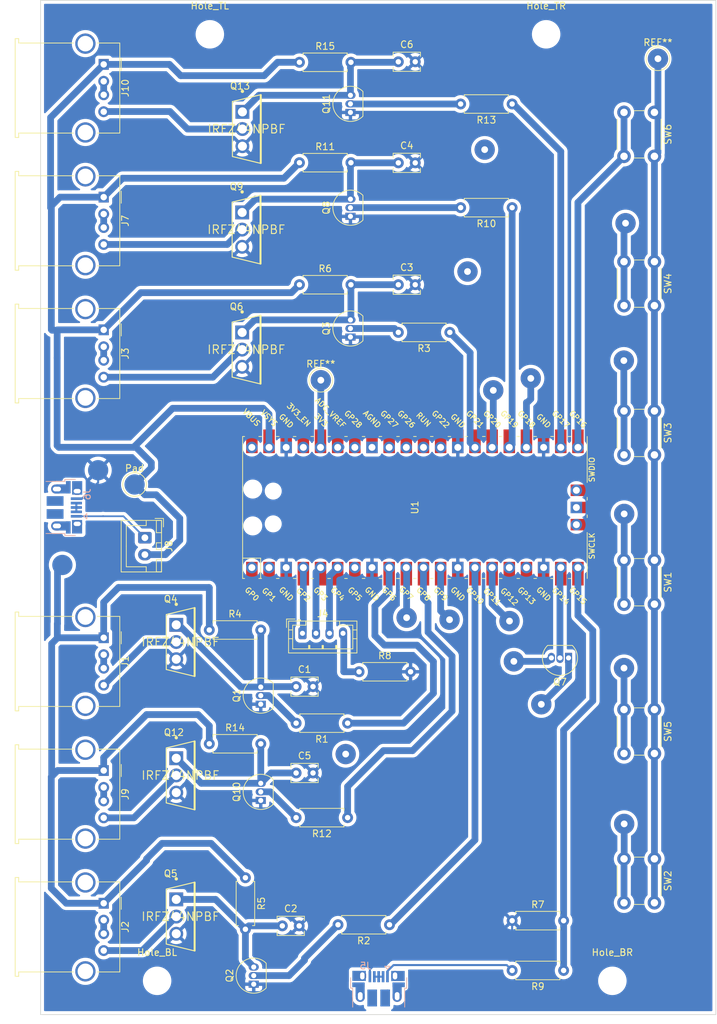
<source format=kicad_pcb>
(kicad_pcb (version 20211014) (generator pcbnew)
  (layers (0 "F.Cu" signal) (31 "B.Cu" signal) (34 "B.Paste" user) (35 "F.Paste" user) (36 "B.SilkS" user "B.Silkscreen") (37 "F.SilkS" user "F.Silkscreen") (38 "B.Mask" user) (39 "F.Mask" user) (44 "Edge.Cuts" user))
  (net 0 "")
  (net 1 "gnd")
  (net 2 "Net-(C2-Pad1)")
  (net 3 "Net-(C3-Pad1)")
  (net 4 "Net-(C4-Pad1)")
  (net 5 "Net-(C5-Pad1)")
  (net 6 "Net-(C6-Pad1)")
  (net 7 "5V")
  (net 8 "usb_dt")
  (net 10 "Net-(J2-Pad4)")
  (net 13 "RGB_led_R")
  (net 14 "RGB_led_G")
  (net 15 "RGB_led_B")
  (net 16 "Net-(J4-Pad4)")
  (net 17 "Net-(J5-Pad1)")
  (net 18 "unconnected-(J5-Pad6)")
  (net 20 "Net-(J7-Pad4)")
  (net 22 "Net-(J9-Pad4)")
  (net 24 "Net-(J10-Pad4)")
  (net 26 "Net-(C1-Pad1)")
  (net 27 "Net-(Q2-Pad2)")
  (net 28 "Net-(Q3-Pad2)")
  (net 29 "3.3V")
  (net 30 "Net-(Q7-Pad2)")
  (net 31 "Net-(Q8-Pad2)")
  (net 32 "Net-(Q10-Pad2)")
  (net 33 "Net-(Q11-Pad2)")
  (net 34 "usb_power_in")
  (net 35 "PORT_1_BTN")
  (net 36 "PORT_2_BTN")
  (net 37 "PORT_3_BTN")
  (net 38 "PORT_6_BTN")
  (net 39 "PORT_4_BTN")
  (net 40 "PORT_5_BTN")
  (net 44 "PORT_1_enable")
  (net 47 "PORT_2_enable")
  (net 48 "PORT_3_enable")
  (net 49 "PORT_6_enable")
  (net 56 "unconnected-(U1-Pad35)")
  (net 62 "PORT_4_enable")
  (net 63 "PORT_5_enable")
  (net 64 "Net-(J1-Pad4)")
  (net 65 "NPN_enable")
  (net 66 "Net-(J3-Pad4)")
  (net 67 "Net-(Q1-Pad2)")
  (net 68 "5V_Switched")
  (footprint "" (layer "F.Cu") (at 108.138212 67.094421)
    (fp_text reference "")
    (fp_text value "")
  )
  (footprint "eec:Infineon_Technologies_AG-IRFZ44NPBF-0" (layer "F.Cu") (at 65.650212 121.892421)
    (fp_text reference "Q4")
    (fp_text value "IRFZ44NPBF")
  )
  (footprint "Package_TO_SOT_THT:TO-92_Inline" (layer "F.Cu") (at 90.810212 76.787421 90)
    (fp_text reference "Q3")
    (fp_text value "2N3904")
  )
  (footprint "Resistor_THT:R_Axial_DIN0207_L6.3mm_D2.5mm_P7.62mm_Horizontal" (layer "F.Cu") (at 114.742212 163.106421)
    (fp_text reference "R7")
    (fp_text value "2k")
  )
  (footprint "MCU_RaspberryPi_and_Boards:RPi_Pico_SMD_TH" (layer "F.Cu") (at 100.350212 101.99242 90)
    (fp_text reference "U1")
    (fp_text value "Pico")
  )
  (footprint "Connector_USB:USB_A_Molex_67643_Horizontal" (layer "F.Cu") (at 54.290212 75.720753 -90)
    (fp_text reference "J3")
    (fp_text value "USB_A")
  )
  (footprint "Package_TO_SOT_THT:TO-92_Inline" (layer "F.Cu") (at 90.810212 58.922421 90)
    (fp_text reference "Q8")
    (fp_text value "2N3904")
  )
  (footprint "MountingHole:MountingHole_3.2mm_M3" (layer "F.Cu") (at 62.197712 172.00492)
    (fp_text reference "Hole_BL")
    (fp_text value "MountingHole_3.2mm_M3")
  )
  (footprint "" (layer "F.Cu") (at 99.125212 118.292421)
    (fp_text reference "")
    (fp_text value "")
  )
  (footprint "Button_Switch_THT:SW_PUSH_6mm_H8.5mm" (layer "F.Cu") (at 135.800212 131.878131 -90)
    (fp_text reference "SW5")
    (fp_text value "SW_Push_Dual")
  )
  (footprint "Capacitor_THT:C_Disc_D3.8mm_W2.6mm_P2.50mm" (layer "F.Cu") (at 97.900212 69.042421)
    (fp_text reference "C3")
    (fp_text value "47nf")
  )
  (footprint "Resistor_THT:R_Axial_DIN0207_L6.3mm_D2.5mm_P7.62mm_Horizontal" (layer "F.Cu") (at 90.390212 133.892421 180)
    (fp_text reference "R1")
    (fp_text value "2k")
  )
  (footprint "Capacitor_THT:C_Disc_D3.8mm_W2.6mm_P2.50mm" (layer "F.Cu") (at 97.900212 36.067421)
    (fp_text reference "C6")
    (fp_text value "47nf")
  )
  (footprint "Resistor_THT:R_Axial_DIN0207_L6.3mm_D2.5mm_P7.62mm_Horizontal" (layer "F.Cu") (at 114.740212 42.312421 180)
    (fp_text reference "R13")
    (fp_text value "2k")
  )
  (footprint "Button_Switch_THT:SW_PUSH_6mm_H8.5mm" (layer "F.Cu") (at 135.800212 109.795989 -90)
    (fp_text reference "SW1")
    (fp_text value "SW_Push_Dual")
  )
  (footprint "Button_Switch_THT:SW_PUSH_6mm_H8.5mm" (layer "F.Cu") (at 135.800212 43.549563 -90)
    (fp_text reference "SW6")
    (fp_text value "SW_Push_Dual")
  )
  (footprint "Package_TO_SOT_THT:TO-92_Inline" (layer "F.Cu") (at 90.810212 43.562421 90)
    (fp_text reference "Q11")
    (fp_text value "2N3904")
  )
  (footprint "Resistor_THT:R_Axial_DIN0207_L6.3mm_D2.5mm_P7.62mm_Horizontal" (layer "F.Cu") (at 122.362212 170.472421 180)
    (fp_text reference "R9")
    (fp_text value "1k")
  )
  (footprint "MountingHole:MountingHole_3.2mm_M3" (layer "F.Cu") (at 119.777712 32.00492)
    (fp_text reference "Hole_TR")
    (fp_text value "MountingHole_3.2mm_M3")
  )
  (footprint "Resistor_THT:R_Axial_DIN0207_L6.3mm_D2.5mm_P7.62mm_Horizontal" (layer "F.Cu") (at 83.260212 36.142421)
    (fp_text reference "R15")
    (fp_text value "20k")
  )
  (footprint "Package_TO_SOT_THT:TO-92_Inline" (layer "F.Cu") (at 123.090212 124.242421 180)
    (fp_text reference "Q7")
    (fp_text value "S8550")
  )
  (footprint "" (layer "F.Cu") (at 131.525212 59.942421)
    (fp_text reference "")
    (fp_text value "")
  )
  (footprint "TestPoint:TestPoint_Pad_D3.0mm" (layer "F.Cu") (at 58.862212 98.590421)
    (fp_text reference "Pad")
    (fp_text value "TestPoint_Pad_D3.0mm")
  )
  (footprint "" (layer "F.Cu") (at 119.060212 131.102421)
    (fp_text reference "")
    (fp_text value "")
  )
  (footprint "" (layer "F.Cu") (at 117.500212 82.892421)
    (fp_text reference "")
    (fp_text value "")
  )
  (footprint "" (layer "F.Cu") (at 105.475212 118.592421)
    (fp_text reference "")
    (fp_text value "")
  )
  (footprint "eec:Infineon_Technologies_AG-IRFZ44NPBF-0" (layer "F.Cu") (at 65.650212 162.501421)
    (fp_text reference "Q5")
    (fp_text value "IRFZ44NPBF")
  )
  (footprint "Resistor_THT:R_Axial_DIN0207_L6.3mm_D2.5mm_P7.62mm_Horizontal" (layer "F.Cu") (at 105.520212 76.092421 180)
    (fp_text reference "R3")
    (fp_text value "2k")
  )
  (footprint "Resistor_THT:R_Axial_DIN0207_L6.3mm_D2.5mm_P7.62mm_Horizontal" (layer "F.Cu") (at 69.920212 120.112421)
    (fp_text reference "R4")
    (fp_text value "20k")
  )
  (footprint "Button_Switch_THT:SW_PUSH_6mm_H8.5mm" (layer "F.Cu") (at 135.800212 87.713847 -90)
    (fp_text reference "SW3")
    (fp_text value "SW_Push_Dual")
  )
  (footprint "Connector_USB:USB_A_Molex_67643_Horizontal" (layer "F.Cu") (at 54.290212 121.264087 -90)
    (fp_text reference "J1")
    (fp_text value "USB_A")
  )
  (footprint "" (layer "F.Cu") (at 131.300212 125.742421)
    (fp_text reference "")
    (fp_text value "")
  )
  (footprint "Capacitor_THT:C_Disc_D3.8mm_W2.6mm_P2.50mm" (layer "F.Cu") (at 82.770212 141.262421)
    (fp_text reference "C5")
    (fp_text value "47nf")
  )
  (footprint "Button_Switch_THT:SW_PUSH_6mm_H8.5mm" (layer "F.Cu") (at 135.800212 153.960273 -90)
    (fp_text reference "SW2")
    (fp_text value "SW_Push_Dual")
  )
  (footprint "Capacitor_THT:C_Disc_D3.8mm_W2.6mm_P2.50mm" (layer "F.Cu") (at 80.726212 163.876421)
    (fp_text reference "C2")
    (fp_text value "47nf")
  )
  (footprint "eec:Infineon_Technologies_AG-IRFZ44NPBF-0" (layer "F.Cu") (at 75.400212 78.642421)
    (fp_text reference "Q6")
    (fp_text value "IRFZ44NPBF")
  )
  (footprint "MountingHole:MountingHole_3.2mm_M3" (layer "F.Cu") (at 69.997712 32.00492)
    (fp_text reference "Hole_TL")
    (fp_text value "MountingHole_3.2mm_M3")
  )
  (footprint "eec:Infineon_Technologies_AG-IRFZ44NPBF-0" (layer "F.Cu") (at 75.400212 60.892421)
    (fp_text reference "Q9")
    (fp_text value "IRFZ44NPBF")
  )
  (footprint "" (layer "F.Cu") (at 90.104212 138.468421)
    (fp_text reference "")
    (fp_text value "")
  )
  (footprint "Capacitor_THT:C_Disc_D3.8mm_W2.6mm_P2.50mm" (layer "F.Cu") (at 97.900212 51.017421)
    (fp_text reference "C4")
    (fp_text value "47nf")
  )
  (footprint "" (layer "F.Cu") (at 53.47 96.48)
    (fp_text reference "")
    (fp_text value "")
  )
  (footprint "Resistor_THT:R_Axial_DIN0207_L6.3mm_D2.5mm_P7.62mm_Horizontal" (layer "F.Cu") (at 92.090212 126.292421)
    (fp_text reference "R8")
    (fp_text value "200")
  )
  (footprint "Resistor_THT:R_Axial_DIN0207_L6.3mm_D2.5mm_P7.62mm_Horizontal" (layer "F.Cu") (at 114.740212 57.642421 180)
    (fp_text reference "R10")
    (fp_text value "2k")
  )
  (footprint "" (layer "F.Cu") (at 114.350212 118.792421)
    (fp_text reference "")
    (fp_text value "")
  )
  (footprint "" (layer "F.Cu") (at 131.275212 80.267421)
    (fp_text reference "")
    (fp_text value "")
  )
  (footprint "" (layer "F.Cu") (at 131.325212 148.792421)
    (fp_text reference "")
    (fp_text value "")
  )
  (footprint "Connector_USB:USB_A_Molex_67643_Horizontal" (layer "F.Cu") (at 54.290212 160.530753 -90)
    (fp_text reference "J2")
    (fp_text value "USB_A")
  )
  (footprint "eec:Infineon_Technologies_AG-IRFZ44NPBF-0" (layer "F.Cu") (at 75.440212 46.016421)
    (fp_text reference "Q13")
    (fp_text value "IRFZ44NPBF")
  )
  (footprint "Resistor_THT:R_Axial_DIN0207_L6.3mm_D2.5mm_P7.62mm_Horizontal" (layer "F.Cu") (at 83.260212 50.992421)
    (fp_text reference "R11")
    (fp_text value "20k")
  )
  (footprint "" (layer "F.Cu") (at 48.175212 110.492421)
    (fp_text reference "")
    (fp_text value "")
  )
  (footprint "Connector_USB:USB_A_Molex_67643_Horizontal" (layer "F.Cu") (at 54.290212 140.89742 -90)
    (fp_text reference "J9")
    (fp_text value "USB_A")
  )
  (footprint "TestPoint:TestPoint_Pad_D3.0mm" (layer "F.Cu") (at 136.325212 35.617421)
    (fp_text reference "REF**")
    (fp_text value "TestPoint_Pad_D3.0mm")
  )
  (footprint "Package_TO_SOT_THT:TO-92_Inline" (layer "F.Cu") (at 77.535212 145.326421 90)
    (fp_text reference "Q10")
    (fp_text value "2N3904")
  )
  (footprint "" (layer "F.Cu") (at 110.678212 49.060421)
    (fp_text reference "")
    (fp_text value "")
  )
  (footprint "Package_TO_SOT_THT:TO-92_Inline" (layer "F.Cu") (at 76.494212 172.504421 90)
    (fp_text reference "Q2")
    (fp_text value "2N3904")
  )
  (footprint "Connector_JST:JST_XH_B2B-XH-A_1x02_P2.50mm_Vertical" (layer "F.Cu") (at 60.386212 106.464421 -90)
    (fp_text reference "J8")
    (fp_text value "Conn_01x02_Male")
  )
  (footprint "Package_TO_SOT_THT:TO-92_Inline" (layer "F.Cu") (at 77.535212 131.087421 90)
    (fp_text reference "Q1")
    (fp_text value "2N3904")
  )
  (footprint "Connector_JST:JST_PH_B4B-PH-K_1x04_P2.00mm_Vertical" (layer "F.Cu") (at 83.710212 120.602421)
    (fp_text reference "J4")
    (fp_text value "Conn_01x04_Male")
  )
  (footprint "" (layer "F.Cu") (at 111.950212 84.667421)
    (fp_text reference "")
    (fp_text value "")
  )
  (footprint "Resistor_THT:R_Axial_DIN0207_L6.3mm_D2.5mm_P7.62mm_Horizontal" (layer "F.Cu") (at 96.59 163.71 180)
    (fp_text reference "R2")
    (fp_text value "2k")
  )
  (footprint "TestPoint:TestPoint_Pad_D3.0mm" (layer "F.Cu") (at 86.425212 83.167421)
    (fp_text reference "REF**")
    (fp_text value "TestPoint_Pad_D3.0mm")
  )
  (footprint "eec:Infineon_Technologies_AG-IRFZ44NPBF-0" (layer "F.Cu") (at 65.650212 141.624212)
    (fp_text reference "Q12")
    (fp_text value "IRFZ44NPBF")
  )
  (footprint "" (layer "F.Cu") (at 131.325212 102.942421)
    (fp_text reference "")
    (fp_text value "")
  )
  (footprint "Resistor_THT:R_Axial_DIN0207_L6.3mm_D2.5mm_P7.62mm_Horizontal" (layer "F.Cu") (at 83.260212 69.042421)
    (fp_text reference "R6")
    (fp_text value "20k")
  )
  (footprint "Connector_USB:USB_A_Molex_67643_Horizontal" (layer "F.Cu") (at 54.290212 56.08742 -90)
    (fp_text reference "J7")
    (fp_text value "USB_A")
  )
  (footprint "" (layer "F.Cu") (at 114.996212 124.752421)
    (fp_text reference "")
    (fp_text value "")
  )
  (footprint "Button_Switch_THT:SW_PUSH_6mm_H8.5mm" (layer "F.Cu") (at 135.800212 65.631705 -90)
    (fp_text reference "SW4")
    (fp_text value "SW_Push_Dual")
  )
  (footprint "Capacitor_THT:C_Disc_D3.8mm_W2.6mm_P2.50mm" (layer "F.Cu") (at 82.770212 128.492421)
    (fp_text reference "C1")
    (fp_text value "47nf")
  )
  (footprint "Resistor_THT:R_Axial_DIN0207_L6.3mm_D2.5mm_P7.62mm_Horizontal" (layer "F.Cu") (at 75.264212 156.756421 -90)
    (fp_text reference "R5")
    (fp_text value "20k")
  )
  (footprint "Resistor_THT:R_Axial_DIN0207_L6.3mm_D2.5mm_P7.62mm_Horizontal" (layer "F.Cu") (at 69.920212 136.944421)
    (fp_text reference "R14")
    (fp_text value "20k")
  )
  (footprint "Resistor_THT:R_Axial_DIN0207_L6.3mm_D2.5mm_P7.62mm_Horizontal" (layer "F.Cu") (at 90.390212 147.866421 180)
    (fp_text reference "R12")
    (fp_text value "2k")
  )
  (footprint "MountingHole:MountingHole_3.2mm_M3" (layer "F.Cu") (at 129.577712 172.00492)
    (fp_text reference "Hole_BR")
    (fp_text value "MountingHole_3.2mm_M3")
  )
  (footprint "Connector_USB:USB_A_Molex_67643_Horizontal" (layer "F.Cu") (at 54.290212 36.454087 -90)
    (fp_text reference "J10")
    (fp_text value "USB_A")
  )
  (footprint "Connector_USB:USB_Micro-B_Amphenol_10103594-0001LF_Horizontal" (layer "B.Cu") (at 48.480212 101.96742 90)
    (fp_text reference "J6")
    (fp_text value "USB_B_Micro")
  )
  (footprint "Connector_USB:USB_Micro-B_Amphenol_10103594-0001LF_Horizontal" (layer "B.Cu") (at 94.965212 173.157421 180)
    (fp_text reference "J5")
    (fp_text value "USB_B_Micro")
  )
  (gr_rect (start 44.95 26.98) (end 144.89 177) (layer "Edge.Cuts") (width 0.1) (fill none))
  (segment (start 114.742212 164.630421) (end 111.186212 168.186421) (width 0.3) (layer "B.Cu") (net 1))
  (segment (start 53.47 96.48) (end 53.47 98.3) (width 0.3) (layer "B.Cu") (net 1))
  (segment (start 93.690212 170.317421) (end 93.690212 171.392421) (width 0.3) (layer "B.Cu") (net 1))
  (segment (start 95.821212 168.186421) (end 93.690212 170.317421) (width 0.3) (layer "B.Cu") (net 1))
  (segment (start 111.186212 168.186421) (end 95.821212 168.186421) (width 0.3) (layer "B.Cu") (net 1))
  (segment (start 114.742212 163.106421) (end 114.742212 164.630421) (width 0.3) (layer "B.Cu") (net 1))
  (segment (start 119.400212 93.10242) (end 119.350212 93.05242) (width 1) (layer "B.Cu") (net 1))
  (segment (start 51.07758 100.69242) (end 53.47 98.3) (width 0.3) (layer "B.Cu") (net 1))
  (segment (start 50.245212 100.69242) (end 51.07758 100.69242) (width 0.3) (layer "B.Cu") (net 1))
  (segment (start 80.726212 163.876421) (end 75.764212 163.876421) (width 1) (layer "B.Cu") (net 2))
  (segment (start 70.849212 159.961421) (end 75.264212 164.376421) (width 1) (layer "B.Cu") (net 2))
  (segment (start 65.187212 159.804421) (end 65.030212 159.961421) (width 1) (layer "B.Cu") (net 2))
  (segment (start 75.764212 163.876421) (end 75.264212 164.376421) (width 1) (layer "B.Cu") (net 2))
  (segment (start 75.264212 168.734421) (end 76.494212 169.964421) (width 1) (layer "B.Cu") (net 2))
  (segment (start 65.030212 159.961421) (end 70.849212 159.961421) (width 1) (layer "B.Cu") (net 2))
  (segment (start 75.264212 164.376421) (end 75.264212 168.734421) (width 1) (layer "B.Cu") (net 2))
  (segment (start 76.635212 74.247421) (end 74.780212 76.102421) (width 1) (layer "B.Cu") (net 3))
  (segment (start 90.880212 74.177421) (end 90.810212 74.247421) (width 1) (layer "B.Cu") (net 3))
  (segment (start 97.900212 69.042421) (end 90.880212 69.042421) (width 1) (layer "B.Cu") (net 3))
  (segment (start 90.880212 69.042421) (end 90.880212 74.177421) (width 1) (layer "B.Cu") (net 3))
  (segment (start 90.810212 74.247421) (end 76.635212 74.247421) (width 1) (layer "B.Cu") (net 3))
  (segment (start 74.780212 58.352421) (end 76.750212 56.382421) (width 1) (layer "B.Cu") (net 4))
  (segment (start 90.810212 56.382421) (end 90.810212 51.062421) (width 1) (layer "B.Cu") (net 4))
  (segment (start 76.750212 56.382421) (end 90.810212 56.382421) (width 1) (layer "B.Cu") (net 4))
  (segment (start 90.905212 51.017421) (end 90.880212 50.992421) (width 1) (layer "B.Cu") (net 4))
  (segment (start 90.810212 51.062421) (end 90.880212 50.992421) (width 1) (layer "B.Cu") (net 4))
  (segment (start 97.900212 51.017421) (end 90.905212 51.017421) (width 1) (layer "B.Cu") (net 4))
  (segment (start 77.535212 142.786421) (end 68.732421 142.786421) (width 1) (layer "B.Cu") (net 5))
  (segment (start 79.059212 141.262421) (end 77.535212 142.786421) (width 1) (layer "B.Cu") (net 5))
  (segment (start 77.540212 142.781421) (end 77.535212 142.786421) (width 1) (layer "B.Cu") (net 5))
  (segment (start 82.770212 141.262421) (end 79.059212 141.262421) (width 1) (layer "B.Cu") (net 5))
  (segment (start 77.540212 136.944421) (end 77.540212 142.781421) (width 1) (layer "B.Cu") (net 5))
  (segment (start 68.732421 142.786421) (end 65.030212 139.084212) (width 1) (layer "B.Cu") (net 5))
  (segment (start 90.810212 41.022421) (end 77.274212 41.022421) (width 1) (layer "B.Cu") (net 6))
  (segment (start 97.825212 36.142421) (end 97.900212 36.067421) (width 1) (layer "B.Cu") (net 6))
  (segment (start 90.810212 41.022421) (end 90.810212 36.212421) (width 1) (layer "B.Cu") (net 6))
  (segment (start 77.274212 41.022421) (end 74.820212 43.476421) (width 1) (layer "B.Cu") (net 6))
  (segment (start 90.880212 36.142421) (end 97.825212 36.142421) (width 1) (layer "B.Cu") (net 6))
  (segment (start 90.810212 36.212421) (end 90.880212 36.142421) (width 1) (layer "B.Cu") (net 6))
  (segment (start 90.970212 36.052421) (end 90.880212 36.142421) (width 1) (layer "B.Cu") (net 6))
  (segment (start 80.960212 53.292421) (end 57.085211 53.292421) (width 1) (layer "B.Cu") (net 7))
  (segment (start 54.290212 116.012421) (end 56.480212 113.822421) (width 1) (layer "B.Cu") (net 7))
  (segment (start 47.835213 56.08742) (end 54.290212 56.08742) (width 1) (layer "B.Cu") (net 7))
  (segment (start 47.450212 110.642421) (end 47.450212 117.792421) (width 1) (layer "B.Cu") (net 7))
  (segment (start 56.480212 113.822421) (end 69.880212 113.822421) (width 1) (layer "B.Cu") (net 7))
  (segment (start 59.793544 70.217421) (end 54.290212 75.720753) (width 1) (layer "B.Cu") (net 7))
  (segment (start 46.460212 57.682421) (end 46.430212 57.652421) (width 1) (layer "B.Cu") (net 7))
  (segment (start 54.290212 140.89742) (end 54.290212 138.976421) (width 1) (layer "B.Cu") (net 7))
  (segment (start 60.640212 153.962421) (end 62.926212 151.676421) (width 1) (layer "B.Cu") (net 7))
  (segment (start 58.862212 98.590421) (end 60.386212 100.114421) (width 1) (layer "B.Cu") (net 7))
  (segment (start 69.880212 113.822421) (end 69.920212 113.862421) (width 1) (layer "B.Cu") (net 7))
  (segment (start 46.530212 158.312421) (end 46.530212 141.832421) (width 1) (layer "B.Cu") (net 7))
  (segment (start 46.590212 141.772421) (end 46.590212 122.142421) (width 1) (layer "B.Cu") (net 7))
  (segment (start 62.926212 151.676421) (end 70.184212 151.676421) (width 1) (layer "B.Cu") (net 7))
  (segment (start 78.760212 93.10242) (end 78.760212 88.192421) (width 1) (layer "B.Cu") (net 7))
  (segment (start 47.400212 75.772421) (end 47.400212 79.867421) (width 1) (layer "B.Cu") (net 7))
  (segment (start 47.450212 117.792421) (end 47.450212 119.167421) (width 1) (layer "B.Cu") (net 7))
  (segment (start 47.450212 119.167421) (end 47.425212 119.192421) (width 1) (layer "B.Cu") (net 7))
  (segment (start 46.530212 141.832421) (end 47.425212 140.937421) (width 1) (layer "B.Cu") (net 7))
  (segment (start 47.465213 140.89742) (end 47.425212 140.937421) (width 1) (layer "B.Cu") (net 7))
  (segment (start 47.400212 79.867421) (end 47.400212 92.842421) (width 1) (layer "B.Cu") (net 7))
  (segment (start 83.260212 36.142421) (end 80.020212 36.142421) (width 1) (layer "B.Cu") (net 7))
  (segment (start 58.862212 98.590421) (end 61.336712 96.115921) (width 1) (layer "B.Cu") (net 7))
  (segment (start 47.400212 75.772421) (end 46.640212 75.772421) (width 1) (layer "B.Cu") (net 7))
  (segment (start 61.336712 96.115921) (end 61.336712 95.353921) (width 1) (layer "B.Cu") (net 7))
  (segment (start 60.640212 132.626421) (end 68.260212 132.626421) (width 1) (layer "B.Cu") (net 7))
  (segment (start 82.085212 70.217421) (end 59.793544 70.217421) (width 1) (layer "B.Cu") (net 7))
  (segment (start 64.495212 87.322421) (end 58.900212 92.917421) (width 1) (layer "B.Cu") (net 7))
  (segment (start 80.020212 36.142421) (end 78.040212 38.122421) (width 1) (layer "B.Cu") (net 7))
  (segment (start 48.748544 160.530753) (end 54.290212 160.530753) (width 1) (layer "B.Cu") (net 7))
  (segment (start 47.650212 93.092421) (end 58.725212 93.092421) (width 1) (layer "B.Cu") (net 7))
  (segment (start 78.760212 88.192421) (end 77.890212 87.322421) (width 1) (layer "B.Cu") (net 7))
  (segment (start 54.290212 160.530753) (end 60.640212 154.180753) (width 1) (layer "B.Cu") (net 7))
  (segment (start 68.260212 132.626421) (end 69.920212 134.286421) (width 1) (layer "B.Cu") (net 7))
  (segment (start 47.425212 121.307421) (end 47.425212 119.209085) (width 1) (layer "B.Cu") (net 7))
  (segment (start 46.540212 75.672421) (end 46.540212 57.382421) (width 1) (layer "B.Cu") (net 7))
  (segment (start 46.430212 57.652421) (end 46.430212 44.314087) (width 1) (layer "B.Cu") (net 7))
  (segment (start 47.825212 110.267421) (end 47.450212 110.642421) (width 1) (layer "B.Cu") (net 7))
  (segment (start 46.590212 122.142421) (end 47.425212 121.307421) (width 1) (layer "B.Cu") (net 7))
  (segment (start 54.290212 121.264087) (end 47.468546 121.264087) (width 1) (layer "B.Cu") (net 7))
  (segment (start 47.425212 140.937421) (end 46.590212 141.772421) (width 1) (layer "B.Cu") (net 7))
  (segment (start 46.430212 44.314087) (end 54.290212 36.454087) (width 1) (layer "B.Cu") (net 7))
  (segment (start 60.640212 154.180753) (end 60.640212 153.962421) (width 1) (layer "B.Cu") (net 7))
  (segment (start 64.021878 36.454087) (end 54.290212 36.454087) (width 1) (layer "B.Cu") (net 7))
  (segment (start 54.290212 138.976421) (end 60.640212 132.626421) (width 1) (layer "B.Cu") (net 7))
  (segment (start 70.184212 151.676421) (end 75.264212 156.756421) (width 1) (layer "B.Cu") (net 7))
  (segment (start 65.690212 38.122421) (end 64.021878 36.454087) (width 1) (layer "B.Cu") (net 7))
  (segment (start 46.530212 158.312421) (end 48.748544 160.530753) (width 1) (layer "B.Cu") (net 7))
  (segment (start 57.085211 53.292421) (end 54.290212 56.08742) (width 1) (layer "B.Cu") (net 7))
  (segment (start 46.640212 75.772421) (end 46.540212 75.672421) (width 1) (layer "B.Cu") (net 7))
  (segment (start 54.290212 140.89742) (end 47.465213 140.89742) (width 1) (layer "B.Cu") (net 7))
  (segment (start 65.55 103.6) (end 65.55 106.85) (width 1) (layer "B.Cu") (net 7))
  (segment (start 58.900212 92.917421) (end 61.336712 95.353921) (width 1) (layer "B.Cu") (net 7))
  (segment (start 54.290212 75.720753) (end 47.45188 75.720753) (width 1) (layer "B.Cu") (net 7))
  (segment (start 46.540212 57.382421) (end 47.835213 56.08742) (width 1) (layer "B.Cu") (net 7))
  (segment (start 54.290212 121.264087) (end 54.290212 116.012421) (width 1) (layer "B.Cu") (net 7))
  (segment (start 69.920212 134.286421) (end 69.920212 136.944421) (width 1) (layer "B.Cu") (net 7))
  (segment (start 47.468546 121.264087) (end 47.425212 121.307421) (width 1) (layer "B.Cu") (net 7))
  (segment (start 65.55 106.85) (end 63.435579 108.964421) (width 1) (layer "B.Cu") (net 7))
  (segment (start 69.920212 113.862421) (end 69.920212 120.112421) (width 1) (layer "B.Cu") (net 7))
  (segment (start 62.064421 100.114421) (end 65.55 103.6) (width 1) (layer "B.Cu") (net 7))
  (segment (start 63.435579 108.964421) (end 60.386212 108.964421) (width 1) (layer "B.Cu") (net 7))
  (segment (start 58.725212 93.092421) (end 58.900212 92.917421) (width 1) (layer "B.Cu") (net 7))
  (segment (start 60.386212 100.114421) (end 62.064421 100.114421) (width 1) (layer "B.Cu") (net 7))
  (segment (start 47.45188 75.720753) (end 47.400212 75.772421) (width 1) (layer "B.Cu") (net 7))
  (segment (start 77.890212 87.322421) (end 64.495212 87.322421) (width 1) (layer "B.Cu") (net 7))
  (segment (start 83.260212 50.992421) (end 80.960212 53.292421) (width 1) (layer "B.Cu") (net 7))
  (segment (start 78.040212 38.122421) (end 65.690212 38.122421) (width 1) (layer "B.Cu") (net 7))
  (segment (start 83.260212 69.042421) (end 82.085212 70.217421) (width 1) (layer "B.Cu") (net 7))
  (segment (start 47.400212 92.842421) (end 47.650212 93.092421) (width 1) (layer "B.Cu") (net 7))
  (segment (start 50.245212 102.64242) (end 50.245212 101.34242) (width 0.3) (layer "B.Cu") (net 8))
  (segment (start 54.290212 80.220753) (end 54.290212 78.220753) (width 1) (layer "B.Cu") (net 8))
  (segment (start 54.290212 123.764087) (end 54.290212 125.764087) (width 1) (layer "B.Cu") (net 8))
  (segment (start 54.290212 165.030753) (end 54.290212 163.030753) (width 1) (layer "B.Cu") (net 8))
  (segment (start 94.340212 171.392421) (end 95.640212 171.392421) (width 0.3) (layer "B.Cu") (net 8))
  (segment (start 54.290212 145.39742) (end 54.290212 143.39742) (width 1) (layer "B.Cu") (net 8))
  (segment (start 54.290212 38.954087) (end 54.290212 40.954087) (width 1) (layer "B.Cu") (net 8))
  (segment (start 54.290212 58.58742) (end 54.290212 60.58742) (width 1) (layer "B.Cu") (net 8))
  (segment (start 54.290212 167.530753) (end 60.00088 167.530753) (width 1) (layer "B.Cu") (net 10))
  (segment (start 60.00088 167.530753) (end 65.030212 162.501421) (width 1) (layer "B.Cu") (net 10))
  (segment (start 83.840212 110.88242) (end 83.840212 120.472421) (width 1) (layer "B.Cu") (net 13))
  (segment (start 85.710212 120.602421) (end 85.710212 111.55242) (width 1) (layer "B.Cu") (net 14))
  (segment (start 87.710212 112.09242) (end 87.710212 120.602421) (width 1) (layer "B.Cu") (net 15))
  (segment (start 88.920212 110.88242) (end 87.710212 112.09242) (width 1) (layer "B.Cu") (net 15))
  (segment (start 92.090212 126.292421) (end 89.835212 126.292421) (width 1) (layer "B.Cu") (net 16))
  (segment (start 89.835212 126.292421) (end 89.825212 126.282421) (width 1) (layer "B.Cu") (net 16))
  (segment (start 89.825212 120.717421) (end 89.710212 120.602421) (width 1) (layer "B.Cu") (net 16))
  (segment (start 89.825212 126.282421) (end 89.825212 120.717421) (width 1) (layer "B.Cu") (net 16))
  (segment (start 96.290212 171.392421) (end 96.290212 170.579788) (width 0.3) (layer "B.Cu") (net 17))
  (segment (start 96.290212 170.579788) (end 97.197578 169.672422) (width 0.3) (layer "B.Cu") (net 17))
  (segment (start 113.942213 169.672422) (end 114.742212 170.472421) (width 0.3) (layer "B.Cu") (net 17))
  (segment (start 97.197578 169.672422) (end 113.942213 169.672422) (width 0.3) (layer "B.Cu") (net 17))
  (segment (start 96.290212 175.392421) (end 96.290212 173.430421) (width 0.3) (layer "B.Cu") (net 18))
  (segment (start 93.690212 175.392421) (end 93.690212 174.317421) (width 0.3) (layer "B.Cu") (net 18))
  (segment (start 93.690212 174.317421) (end 93.660212 174.287421) (width 0.3) (layer "B.Cu") (net 18))
  (segment (start 54.290212 63.08742) (end 72.585213 63.08742) (width 1) (layer "B.Cu") (net 20))
  (segment (start 72.585213 63.08742) (end 74.780212 60.892421) (width 1) (layer "B.Cu") (net 20))
  (segment (start 54.290212 147.89742) (end 58.757004 147.89742) (width 1) (layer "B.Cu") (net 22))
  (segment (start 58.757004 147.89742) (end 65.030212 141.624212) (width 1) (layer "B.Cu") (net 22))
  (segment (start 66.690212 46.016421) (end 74.820212 46.016421) (width 1) (layer "B.Cu") (net 24))
  (segment (start 54.317878 43.426421) (end 54.290212 43.454087) (width 1) (layer "B.Cu") (net 24))
  (segment (start 64.100212 43.426421) (end 54.317878 43.426421) (width 1) (layer "B.Cu") (net 24))
  (segment (start 64.100212 43.426421) (end 66.690212 46.016421) (width 1) (layer "B.Cu") (net 24))
  (segment (start 74.595212 128.547421) (end 65.400212 119.352421) (width 1) (layer "B.Cu") (net 26))
  (segment (start 77.535212 128.547421) (end 74.595212 128.547421) (width 1) (layer "B.Cu") (net 26))
  (segment (start 65.400212 119.352421) (end 65.030212 119.352421) (width 1) (layer "B.Cu") (net 26))
  (segment (start 77.540212 128.542421) (end 77.535212 128.547421) (width 1) (layer "B.Cu") (net 26))
  (segment (start 77.590212 128.492421) (end 77.535212 128.547421) (width 1) (layer "B.Cu") (net 26))
  (segment (start 82.770212 128.492421) (end 77.590212 128.492421) (width 1) (layer "B.Cu") (net 26))
  (segment (start 77.540212 120.112421) (end 77.540212 128.542421) (width 1) (layer "B.Cu") (net 26))
  (segment (start 84.008212 168.671788) (end 88.97 163.71) (width 1) (layer "B.Cu") (net 27))
  (segment (start 81.722212 171.234421) (end 76.494212 171.234421) (width 1) (layer "B.Cu") (net 27))
  (segment (start 84.008212 168.948421) (end 84.008212 168.671788) (width 1) (layer "B.Cu") (net 27))
  (segment (start 84.008212 168.948421) (end 81.722212 171.234421) (width 1) (layer "B.Cu") (net 27))
  (segment (start 90.810212 75.517421) (end 97.325212 75.517421) (width 1) (layer "B.Cu") (net 28))
  (segment (start 97.325212 75.517421) (end 97.900212 76.092421) (width 1) (layer "B.Cu") (net 28))
  (segment (start 123.090212 127.072421) (end 123.090212 124.242421) (width 1) (layer "B.Cu") (net 29))
  (segment (start 86.425212 83.167421) (end 86.425212 93.05742) (width 1) (layer "B.Cu") (net 29))
  (segment (start 135.800212 50.049563) (end 135.800212 94.213847) (width 1) (layer "B.Cu") (net 29))
  (segment (start 119.060212 131.102421) (end 123.090212 127.072421) (width 1) (layer "B.Cu") (net 29))
  (segment (start 136.325212 35.617421) (end 136.325212 49.524563) (width 1) (layer "B.Cu") (net 29))
  (segment (start 135.800212 94.213847) (end 135.800212 160.460273) (width 1) (layer "B.Cu") (net 29))
  (segment (start 86.425212 93.05742) (end 86.380212 93.10242) (width 1) (layer "B.Cu") (net 29))
  (segment (start 121.820212 124.242421) (end 121.820212 111.00242) (width 1) (layer "B.Cu") (net 30))
  (segment (start 107.120212 57.642421) (end 90.820212 57.642421) (width 1) (layer "B.Cu") (net 31))
  (segment (start 90.820212 57.642421) (end 90.810212 57.652421) (width 1) (layer "B.Cu") (net 31))
  (segment (start 78.960212 144.056421) (end 82.770212 147.866421) (width 1) (layer "B.Cu") (net 32))
  (segment (start 77.535212 144.056421) (end 78.960212 144.056421) (width 1) (layer "B.Cu") (net 32))
  (segment (start 90.830212 42.312421) (end 90.810212 42.292421) (width 1) (layer "B.Cu") (net 33))
  (segment (start 107.120212 42.312421) (end 90.830212 42.312421) (width 1) (layer "B.Cu") (net 33))
  (segment (start 122.362212 163.106421) (end 122.362212 170.472421) (width 1) (layer "B.Cu") (net 34))
  (segment (start 126.680212 120.180421) (end 126.680212 130.594421) (width 1) (layer "B.Cu") (net 34))
  (segment (start 124.480212 117.980421) (end 126.680212 120.180421) (width 1) (layer "B.Cu") (net 34))
  (segment (start 124.820212 111.00242) (end 124.940212 110.88242) (width 1) (layer "B.Cu") (net 34))
  (segment (start 126.680212 130.594421) (end 122.362212 134.912421) (width 1) (layer "B.Cu") (net 34))
  (segment (start 124.950212 110.89242) (end 124.940212 110.88242) (width 1) (layer "B.Cu") (net 34))
  (segment (start 124.480212 110.88242) (end 124.480212 117.980421) (width 1) (layer "B.Cu") (net 34))
  (segment (start 122.362212 134.912421) (end 122.362212 163.106421) (width 1) (layer "B.Cu") (net 34))
  (segment (start 99.125212 110.92742) (end 99.080212 110.88242) (width 1) (layer "B.Cu") (net 35))
  (segment (start 131.325212 148.792421) (end 131.325212 153.935273) (width 1) (layer "B.Cu") (net 35))
  (segment (start 99.125212 118.292421) (end 99.125212 110.92742) (width 1) (layer "B.Cu") (net 35))
  (segment (start 131.300212 153.960273) (end 131.300212 160.460273) (width 1) (layer "B.Cu") (net 35))
  (segment (start 131.325212 153.935273) (end 131.300212 153.960273) (width 1) (layer "B.Cu") (net 35))
  (segment (start 131.300212 125.742421) (end 131.300212 131.878131) (width 1) (layer "B.Cu") (net 36))
  (segment (start 104.160212 110.88242) (end 104.160212 117.277421) (width 1) (layer "B.Cu") (net 36))
  (segment (start 104.160212 117.277421) (end 105.475212 118.592421) (width 1) (layer "B.Cu") (net 36))
  (segment (start 131.300212 131.878131) (end 131.300212 138.378131) (width 1) (layer "B.Cu") (net 36))
  (segment (start 111.780212 110.88242) (end 111.780212 116.222421) (width 1) (layer "B.Cu") (net 37))
  (segment (start 131.300212 109.795989) (end 131.300212 116.295989) (width 1) (layer "B.Cu") (net 37))
  (segment (start 131.325212 109.770989) (end 131.300212 109.795989) (width 1) (layer "B.Cu") (net 37))
  (segment (start 111.780212 116.222421) (end 114.350212 118.792421) (width 1) (layer "B.Cu") (net 37))
  (segment (start 131.325212 102.942421) (end 131.325212 109.770989) (width 1) (layer "B.Cu") (net 37))
  (segment (start 124.480212 93.10242) (end 124.480212 56.869563) (width 1) (layer "B.Cu") (net 38))
  (segment (start 131.300212 50.049563) (end 131.300212 43.549563) (width 1) (layer "B.Cu") (net 38))
  (segment (start 124.480212 56.869563) (end 131.300212 50.049563) (width 1) (layer "B.Cu") (net 38))
  (segment (start 111.950212 84.667421) (end 111.950212 92.93242) (width 1) (layer "B.Cu") (net 39))
  (segment (start 131.275212 87.688847) (end 131.300212 87.713847) (width 1) (layer "B.Cu") (net 39))
  (segment (start 131.300212 87.713847) (end 131.300212 94.213847) (width 1) (layer "B.Cu") (net 39))
  (segment (start 131.275212 80.267421) (end 131.275212 87.688847) (width 1) (layer "B.Cu") (net 39))
  (segment (start 111.950212 92.93242) (end 111.780212 93.10242) (width 1) (layer "B.Cu") (net 39))
  (segment (start 131.300212 65.631705) (end 131.300212 72.131705) (width 1) (layer "B.Cu") (net 40))
  (segment (start 116.860212 93.10242) (end 116.860212 86.582421) (width 1) (layer "B.Cu") (net 40))
  (segment (start 131.300212 60.167421) (end 131.525212 59.942421) (width 1) (layer "B.Cu") (net 40))
  (segment (start 131.300212 65.631705) (end 131.300212 60.167421) (width 1) (layer "B.Cu") (net 40))
  (segment (start 116.860212 86.582421) (end 117.500212 85.942421) (width 1) (layer "B.Cu") (net 40))
  (segment (start 117.500212 85.942421) (end 117.500212 82.892421) (width 1) (layer "B.Cu") (net 40))
  (segment (start 116.860212 86.582421) (end 116.860212 86.457421) (width 1) (layer "B.Cu") (net 40))
  (segment (start 100.658212 122.352421) (end 103.090212 124.784421) (width 1) (layer "B.Cu") (net 44))
  (segment (start 103.090212 129.472421) (end 98.670212 133.892421) (width 1) (layer "B.Cu") (net 44))
  (segment (start 96.540212 110.88242) (end 96.540212 114.472421) (width 1) (layer "B.Cu") (net 44))
  (segment (start 103.090212 124.784421) (end 103.090212 129.472421) (width 1) (layer "B.Cu") (net 44))
  (segment (start 96.540212 114.472421) (end 94.430212 116.582421) (width 1) (layer "B.Cu") (net 44))
  (segment (start 94.430212 120.942421) (end 95.840212 122.352421) (width 1) (layer "B.Cu") (net 44))
  (segment (start 98.670212 133.892421) (end 90.390212 133.892421) (width 1) (layer "B.Cu") (net 44))
  (segment (start 95.840212 122.352421) (end 100.658212 122.352421) (width 1) (layer "B.Cu") (net 44))
  (segment (start 94.430212 116.582421) (end 94.430212 120.942421) (width 1) (layer "B.Cu") (net 44))
  (segment (start 90.390212 143.262421) (end 95.692212 137.960421) (width 1) (layer "B.Cu") (net 47))
  (segment (start 102.296212 116.116421) (end 101.620212 115.440421) (width 1) (layer "B.Cu") (net 47))
  (segment (start 90.390212 147.866421) (end 90.390212 143.262421) (width 1) (layer "B.Cu") (net 47))
  (segment (start 105.852212 123.990421) (end 102.296212 120.434421) (width 1) (layer "B.Cu") (net 47))
  (segment (start 105.852212 132.118421) (end 105.852212 123.990421) (width 1) (layer "B.Cu") (net 47))
  (segment (start 101.620212 115.440421) (end 101.620212 110.88242) (width 1) (layer "B.Cu") (net 47))
  (segment (start 95.692212 137.960421) (end 100.010212 137.960421) (width 1) (layer "B.Cu") (net 47))
  (segment (start 102.296212 120.434421) (end 102.296212 116.116421) (width 1) (layer "B.Cu") (net 47))
  (segment (start 100.010212 137.960421) (end 105.852212 132.118421) (width 1) (layer "B.Cu") (net 47))
  (segment (start 96.7 163.71) (end 96.59 163.71) (width 1) (layer "B.Cu") (net 48))
  (segment (start 109.240212 110.88242) (end 109.240212 151.169788) (width 1) (layer "B.Cu") (net 48))
  (segment (start 109.240212 151.169788) (end 96.7 163.71) (width 1) (layer "B.Cu") (net 48))
  (segment (start 121.940212 49.332421) (end 121.940212 93.10242) (width 1) (layer "B.Cu") (net 49))
  (segment (start 114.920212 42.312421) (end 121.940212 49.332421) (width 1) (layer "B.Cu") (net 49))
  (segment (start 114.740212 42.312421) (end 114.920212 42.312421) (width 1) (layer "B.Cu") (net 49))
  (segment (start 89.420212 93.06242) (end 89.380212 93.10242) (width 1) (layer "B.Cu") (net 56))
  (segment (start 108.525212 79.097421) (end 105.520212 76.092421) (width 1) (layer "B.Cu") (net 62))
  (segment (start 109.240212 93.10242) (end 108.525212 92.38742) (width 1) (layer "B.Cu") (net 62))
  (segment (start 108.525212 92.38742) (end 108.525212 79.097421) (width 1) (layer "B.Cu") (net 62))
  (segment (start 114.740212 57.642421) (end 114.740212 92.68242) (width 1) (layer "B.Cu") (net 63))
  (segment (start 114.740212 92.68242) (end 114.320212 93.10242) (width 1) (layer "B.Cu") (net 63))
  (segment (start 54.290212 128.264087) (end 54.290212 128.259788) (width 1) (layer "B.Cu") (net 64))
  (segment (start 60.657579 121.892421) (end 65.030212 121.892421) (width 1) (layer "B.Cu") (net 64))
  (segment (start 54.290212 128.259788) (end 60.657579 121.892421) (width 1) (layer "B.Cu") (net 64))
  (segment (start 120.040212 124.752421) (end 120.550212 124.242421) (width 1) (layer "B.Cu") (net 65))
  (segment (start 114.996212 124.752421) (end 120.040212 124.752421) (width 1) (layer "B.Cu") (net 65))
  (segment (start 74.525212 78.642421) (end 70.44688 82.720753) (width 1) (layer "B.Cu") (net 66))
  (segment (start 70.44688 82.720753) (end 54.290212 82.720753) (width 1) (layer "B.Cu") (net 66))
  (segment (start 74.780212 78.642421) (end 74.525212 78.642421) (width 1) (layer "B.Cu") (net 66))
  (segment (start 78.695212 129.817421) (end 77.535212 129.817421) (width 1) (layer "B.Cu") (net 67))
  (segment (start 82.770212 133.892421) (end 78.695212 129.817421) (width 1) (layer "B.Cu") (net 67))
  (segment (start 50.245212 103.29242) (end 57.214211 103.29242) (width 0.25) (layer "B.Cu") (net 68))
  (segment (start 57.214211 103.29242) (end 60.386212 106.464421) (width 0.25) (layer "B.Cu") (net 68))
  (segment (start 54.200213 103.29242) (end 54.200213 103.25242) (width 0.25) (layer "B.Cu") (net 68))
  (zone (net 1) (net_name "gnd") (layer "B.Cu") (connect_pads (clearance 0.508)) (min_thickness 0.254) (fill yes (thermal_gap 0.508) (thermal_bridge_width 0.508))
    (polygon (pts (xy 144.875212 27.00492) (xy 144.900212 177.00492) (xy 44.875212 177.00492) (xy 44.950212 26.97992)))
  )
)
</source>
